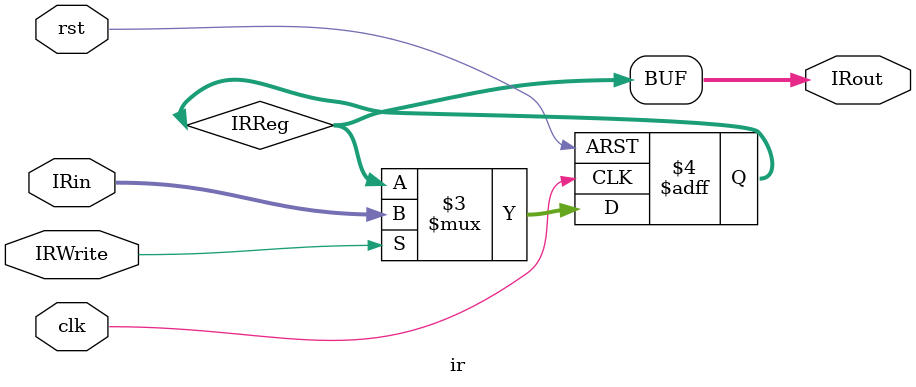
<source format=v>
module ir(clk,rst,IRWrite,IRin,IRout);
    input clk,rst,IRWrite;
    input [31:0] IRin;
    output [31:0] IRout;
    reg [31:0] IRReg;
    
    assign IRout = IRReg; 
    always@(posedge clk or negedge rst)
    begin
      if(!rst)
        IRReg <= 0;
      else
        IRReg <= IRWrite?IRin:IRReg;
    end
endmodule
    

</source>
